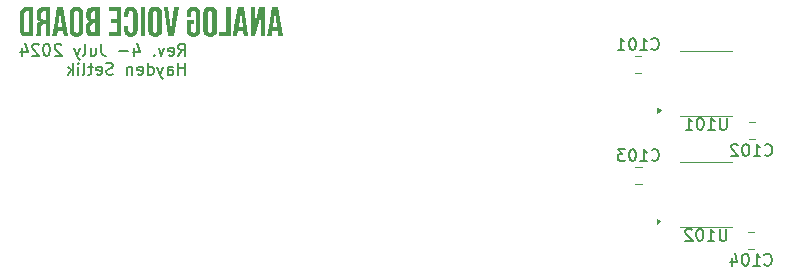
<source format=gbr>
%TF.GenerationSoftware,KiCad,Pcbnew,8.0.3*%
%TF.CreationDate,2024-07-17T18:03:28-06:00*%
%TF.ProjectId,VoiceBoardR4,566f6963-6542-46f6-9172-6452342e6b69,rev?*%
%TF.SameCoordinates,Original*%
%TF.FileFunction,Legend,Bot*%
%TF.FilePolarity,Positive*%
%FSLAX46Y46*%
G04 Gerber Fmt 4.6, Leading zero omitted, Abs format (unit mm)*
G04 Created by KiCad (PCBNEW 8.0.3) date 2024-07-17 18:03:28*
%MOMM*%
%LPD*%
G01*
G04 APERTURE LIST*
%ADD10C,0.150000*%
%ADD11C,0.120000*%
G04 APERTURE END LIST*
D10*
G36*
X35658478Y-3650000D02*
G01*
X35301273Y-3650000D01*
X35231053Y-3162124D01*
X34793859Y-3162124D01*
X34793859Y-3155408D01*
X34723639Y-3650000D01*
X34338956Y-3650000D01*
X34471865Y-2829344D01*
X34839043Y-2829344D01*
X35185868Y-2829344D01*
X35017951Y-1615457D01*
X35010624Y-1615457D01*
X34839043Y-2829344D01*
X34471865Y-2829344D01*
X34737683Y-1188032D01*
X35259141Y-1188032D01*
X35658478Y-3650000D01*
G37*
G36*
X34154553Y-3650000D02*
G01*
X33812002Y-3650000D01*
X33812002Y-1852983D01*
X33804675Y-1852983D01*
X33343056Y-3650000D01*
X32947383Y-3650000D01*
X32947383Y-1188032D01*
X33290544Y-1188032D01*
X33290544Y-2662037D01*
X33297260Y-2662037D01*
X33671563Y-1188032D01*
X34154553Y-1188032D01*
X34154553Y-3650000D01*
G37*
G36*
X32761758Y-3650000D02*
G01*
X32404553Y-3650000D01*
X32334333Y-3162124D01*
X31897138Y-3162124D01*
X31897138Y-3155408D01*
X31826919Y-3650000D01*
X31442236Y-3650000D01*
X31575145Y-2829344D01*
X31942323Y-2829344D01*
X32289148Y-2829344D01*
X32121231Y-1615457D01*
X32113904Y-1615457D01*
X31942323Y-2829344D01*
X31575145Y-2829344D01*
X31840963Y-1188032D01*
X32362421Y-1188032D01*
X32761758Y-3650000D01*
G37*
G36*
X31257833Y-3650000D02*
G01*
X30239340Y-3650000D01*
X30239340Y-3300122D01*
X30873150Y-3300122D01*
X30873150Y-1188032D01*
X31257833Y-1188032D01*
X31257833Y-3650000D01*
G37*
G36*
X29645733Y-1159353D02*
G01*
X29789524Y-1200949D01*
X29906748Y-1273183D01*
X29996607Y-1374837D01*
X30058305Y-1504698D01*
X30086852Y-1628078D01*
X30096458Y-1768108D01*
X30096458Y-3070533D01*
X30086852Y-3210538D01*
X30058305Y-3333848D01*
X29996607Y-3463584D01*
X29906748Y-3565097D01*
X29789524Y-3637200D01*
X29645733Y-3678704D01*
X29512107Y-3689078D01*
X29378481Y-3678704D01*
X29234690Y-3637200D01*
X29117466Y-3565097D01*
X29027607Y-3463584D01*
X28965909Y-3333848D01*
X28937362Y-3210538D01*
X28927756Y-3070533D01*
X28927756Y-1768108D01*
X28929431Y-1743684D01*
X29312438Y-1743684D01*
X29312438Y-3094958D01*
X29330003Y-3219234D01*
X29411413Y-3318218D01*
X29512107Y-3339200D01*
X29636925Y-3303079D01*
X29701057Y-3195833D01*
X29711775Y-3094958D01*
X29711775Y-1743684D01*
X29694211Y-1619407D01*
X29612801Y-1520423D01*
X29512107Y-1499441D01*
X29387289Y-1535562D01*
X29323157Y-1642808D01*
X29312438Y-1743684D01*
X28929431Y-1743684D01*
X28937362Y-1628078D01*
X28965909Y-1504698D01*
X29027607Y-1374837D01*
X29117466Y-1273183D01*
X29234690Y-1200949D01*
X29378481Y-1159353D01*
X29512107Y-1148953D01*
X29645733Y-1159353D01*
G37*
G36*
X28122976Y-3689078D02*
G01*
X27989795Y-3678690D01*
X27847560Y-3637037D01*
X27732557Y-3564483D01*
X27645109Y-3462050D01*
X27585537Y-3330757D01*
X27558165Y-3205629D01*
X27549005Y-3063206D01*
X27549005Y-2244993D01*
X28105879Y-2244993D01*
X28105879Y-2594870D01*
X27912927Y-2594870D01*
X27912927Y-3092515D01*
X27930492Y-3219126D01*
X28011901Y-3318513D01*
X28112595Y-3339200D01*
X28237413Y-3303454D01*
X28301545Y-3195402D01*
X28312264Y-3092515D01*
X28312264Y-1738799D01*
X28294699Y-1617061D01*
X28213290Y-1520028D01*
X28112595Y-1499441D01*
X27987778Y-1534876D01*
X27923646Y-1639990D01*
X27912927Y-1738799D01*
X27912927Y-1970830D01*
X27549005Y-1970830D01*
X27549005Y-1763224D01*
X27558165Y-1624805D01*
X27585537Y-1502637D01*
X27645109Y-1373815D01*
X27732557Y-1272773D01*
X27847560Y-1200841D01*
X27989795Y-1159344D01*
X28122976Y-1148953D01*
X28256156Y-1159344D01*
X28398392Y-1200841D01*
X28513394Y-1272773D01*
X28600843Y-1373815D01*
X28660415Y-1502637D01*
X28687786Y-1624805D01*
X28696946Y-1763224D01*
X28696946Y-3063206D01*
X28687786Y-3205629D01*
X28660415Y-3330757D01*
X28600843Y-3462050D01*
X28513394Y-3564483D01*
X28398392Y-3637037D01*
X28256156Y-3678690D01*
X28122976Y-3689078D01*
G37*
G36*
X26472505Y-3650000D02*
G01*
X25961427Y-3650000D01*
X25590788Y-1188032D01*
X25943719Y-1188032D01*
X26195900Y-3098011D01*
X26203227Y-3098011D01*
X26454797Y-1188032D01*
X26843754Y-1188032D01*
X26472505Y-3650000D01*
G37*
G36*
X24990465Y-1159353D02*
G01*
X25134256Y-1200949D01*
X25251479Y-1273183D01*
X25341338Y-1374837D01*
X25403036Y-1504698D01*
X25431583Y-1628078D01*
X25441189Y-1768108D01*
X25441189Y-3070533D01*
X25431583Y-3210538D01*
X25403036Y-3333848D01*
X25341338Y-3463584D01*
X25251479Y-3565097D01*
X25134256Y-3637200D01*
X24990465Y-3678704D01*
X24856838Y-3689078D01*
X24723212Y-3678704D01*
X24579421Y-3637200D01*
X24462198Y-3565097D01*
X24372339Y-3463584D01*
X24310641Y-3333848D01*
X24282094Y-3210538D01*
X24272487Y-3070533D01*
X24272487Y-1768108D01*
X24274163Y-1743684D01*
X24657170Y-1743684D01*
X24657170Y-3094958D01*
X24674734Y-3219234D01*
X24756144Y-3318218D01*
X24856838Y-3339200D01*
X24981656Y-3303079D01*
X25045788Y-3195833D01*
X25056507Y-3094958D01*
X25056507Y-1743684D01*
X25038942Y-1619407D01*
X24957533Y-1520423D01*
X24856838Y-1499441D01*
X24732021Y-1535562D01*
X24667888Y-1642808D01*
X24657170Y-1743684D01*
X24274163Y-1743684D01*
X24282094Y-1628078D01*
X24310641Y-1504698D01*
X24372339Y-1374837D01*
X24462198Y-1273183D01*
X24579421Y-1200949D01*
X24723212Y-1159353D01*
X24856838Y-1148953D01*
X24990465Y-1159353D01*
G37*
G36*
X24013590Y-3650000D02*
G01*
X23628907Y-3650000D01*
X23628907Y-1188032D01*
X24013590Y-1188032D01*
X24013590Y-3650000D01*
G37*
G36*
X22799703Y-3689078D02*
G01*
X22668740Y-3678731D01*
X22528510Y-3637512D01*
X22414805Y-3566273D01*
X22328102Y-3466523D01*
X22268875Y-3339773D01*
X22241596Y-3219946D01*
X22232449Y-3084577D01*
X22232449Y-2734089D01*
X22596371Y-2734089D01*
X22596371Y-3112665D01*
X22617878Y-3237448D01*
X22710487Y-3326731D01*
X22789323Y-3339200D01*
X22908347Y-3305344D01*
X22973803Y-3194111D01*
X22981664Y-3112665D01*
X22981664Y-1729640D01*
X22960298Y-1604007D01*
X22868062Y-1512483D01*
X22789323Y-1499441D01*
X22670078Y-1534621D01*
X22604288Y-1647856D01*
X22596371Y-1729640D01*
X22596371Y-2016015D01*
X22232449Y-2016015D01*
X22232449Y-1754064D01*
X22241596Y-1618669D01*
X22268875Y-1498773D01*
X22328102Y-1371898D01*
X22414805Y-1272006D01*
X22528510Y-1200637D01*
X22668740Y-1159326D01*
X22799703Y-1148953D01*
X22930666Y-1159326D01*
X23070896Y-1200637D01*
X23184600Y-1272006D01*
X23271303Y-1371898D01*
X23330530Y-1498773D01*
X23357810Y-1618669D01*
X23366957Y-1754064D01*
X23366957Y-3084577D01*
X23357810Y-3219946D01*
X23330530Y-3339773D01*
X23271303Y-3466523D01*
X23184600Y-3566273D01*
X23070896Y-3637512D01*
X22930666Y-3678731D01*
X22799703Y-3689078D01*
G37*
G36*
X22003471Y-3650000D02*
G01*
X20953838Y-3650000D01*
X20953838Y-3300122D01*
X21618789Y-3300122D01*
X21618789Y-2554570D01*
X21090003Y-2554570D01*
X21090003Y-2204082D01*
X21618789Y-2204082D01*
X21618789Y-1538520D01*
X20953838Y-1538520D01*
X20953838Y-1188032D01*
X22003471Y-1188032D01*
X22003471Y-3650000D01*
G37*
G36*
X20174092Y-3650000D02*
G01*
X19568981Y-3650000D01*
X19433224Y-3640554D01*
X19288252Y-3602545D01*
X19171049Y-3536047D01*
X19081937Y-3441733D01*
X19021237Y-3320272D01*
X18989272Y-3172335D01*
X18984019Y-3071144D01*
X18984019Y-2862927D01*
X18984888Y-2849494D01*
X19369312Y-2849494D01*
X19369312Y-3060764D01*
X19385731Y-3185696D01*
X19465310Y-3281010D01*
X19568981Y-3300122D01*
X19789410Y-3300122D01*
X19789410Y-2554570D01*
X19617829Y-2554570D01*
X19493527Y-2572900D01*
X19401738Y-2656895D01*
X19371268Y-2790018D01*
X19369312Y-2849494D01*
X18984888Y-2849494D01*
X18992822Y-2726830D01*
X19026996Y-2589973D01*
X19089653Y-2478882D01*
X19183669Y-2395819D01*
X19271615Y-2354902D01*
X19271615Y-2348185D01*
X19160399Y-2278547D01*
X19083014Y-2174391D01*
X19041749Y-2054263D01*
X19025141Y-1929303D01*
X19023098Y-1859089D01*
X19023098Y-1797418D01*
X19407780Y-1797418D01*
X19407780Y-1937857D01*
X19423666Y-2064463D01*
X19493610Y-2167205D01*
X19612351Y-2203306D01*
X19638590Y-2204082D01*
X19789410Y-2204082D01*
X19789410Y-1538520D01*
X19603785Y-1538520D01*
X19481930Y-1573103D01*
X19419258Y-1681230D01*
X19407780Y-1797418D01*
X19023098Y-1797418D01*
X19023098Y-1757728D01*
X19031224Y-1622978D01*
X19064947Y-1480475D01*
X19126079Y-1366512D01*
X19215933Y-1280797D01*
X19335824Y-1223037D01*
X19487065Y-1192937D01*
X19593405Y-1188032D01*
X20174092Y-1188032D01*
X20174092Y-3650000D01*
G37*
G36*
X18337290Y-1159353D02*
G01*
X18481081Y-1200949D01*
X18598304Y-1273183D01*
X18688163Y-1374837D01*
X18749861Y-1504698D01*
X18778408Y-1628078D01*
X18788014Y-1768108D01*
X18788014Y-3070533D01*
X18778408Y-3210538D01*
X18749861Y-3333848D01*
X18688163Y-3463584D01*
X18598304Y-3565097D01*
X18481081Y-3637200D01*
X18337290Y-3678704D01*
X18203663Y-3689078D01*
X18070037Y-3678704D01*
X17926246Y-3637200D01*
X17809022Y-3565097D01*
X17719163Y-3463584D01*
X17657466Y-3333848D01*
X17628918Y-3210538D01*
X17619312Y-3070533D01*
X17619312Y-1768108D01*
X17620987Y-1743684D01*
X18003995Y-1743684D01*
X18003995Y-3094958D01*
X18021559Y-3219234D01*
X18102969Y-3318218D01*
X18203663Y-3339200D01*
X18328481Y-3303079D01*
X18392613Y-3195833D01*
X18403332Y-3094958D01*
X18403332Y-1743684D01*
X18385767Y-1619407D01*
X18304357Y-1520423D01*
X18203663Y-1499441D01*
X18078846Y-1535562D01*
X18014713Y-1642808D01*
X18003995Y-1743684D01*
X17620987Y-1743684D01*
X17628918Y-1628078D01*
X17657466Y-1504698D01*
X17719163Y-1374837D01*
X17809022Y-1273183D01*
X17926246Y-1200949D01*
X18070037Y-1159353D01*
X18203663Y-1148953D01*
X18337290Y-1159353D01*
G37*
G36*
X17469713Y-3650000D02*
G01*
X17112508Y-3650000D01*
X17042288Y-3162124D01*
X16605094Y-3162124D01*
X16605094Y-3155408D01*
X16534874Y-3650000D01*
X16150191Y-3650000D01*
X16283100Y-2829344D01*
X16650279Y-2829344D01*
X16997103Y-2829344D01*
X16829187Y-1615457D01*
X16821859Y-1615457D01*
X16650279Y-2829344D01*
X16283100Y-2829344D01*
X16548918Y-1188032D01*
X17070376Y-1188032D01*
X17469713Y-3650000D01*
G37*
G36*
X15965788Y-3650000D02*
G01*
X15581106Y-3650000D01*
X15581106Y-2593649D01*
X15447993Y-2593649D01*
X15325103Y-2612989D01*
X15236910Y-2700058D01*
X15208578Y-2836133D01*
X15206803Y-2896510D01*
X15206803Y-3347138D01*
X15204275Y-3470367D01*
X15189072Y-3592350D01*
X15171388Y-3650000D01*
X14779378Y-3650000D01*
X14812490Y-3528924D01*
X14821123Y-3404711D01*
X14821510Y-3350802D01*
X14821510Y-2917271D01*
X14826371Y-2794124D01*
X14846509Y-2665671D01*
X14893055Y-2543856D01*
X14981766Y-2443784D01*
X15076744Y-2397644D01*
X15076744Y-2390317D01*
X14965308Y-2320822D01*
X14886845Y-2216752D01*
X14844518Y-2097328D01*
X14827307Y-1973894D01*
X14825174Y-1904884D01*
X14825174Y-1791922D01*
X15209856Y-1791922D01*
X15209856Y-1982431D01*
X15225837Y-2106633D01*
X15296076Y-2207191D01*
X15415031Y-2242406D01*
X15441277Y-2243161D01*
X15581106Y-2243161D01*
X15581106Y-1538520D01*
X15405861Y-1538520D01*
X15284006Y-1572330D01*
X15221334Y-1678139D01*
X15209856Y-1791922D01*
X14825174Y-1791922D01*
X14825174Y-1753454D01*
X14833325Y-1620115D01*
X14867127Y-1478888D01*
X14928352Y-1365751D01*
X15018271Y-1280511D01*
X15138158Y-1222970D01*
X15289283Y-1192933D01*
X15395481Y-1188032D01*
X15965788Y-1188032D01*
X15965788Y-3650000D01*
G37*
G36*
X14556507Y-3650000D02*
G01*
X13968492Y-3650000D01*
X13833383Y-3640074D01*
X13690148Y-3600149D01*
X13575284Y-3530342D01*
X13488651Y-3431393D01*
X13430108Y-3304043D01*
X13403406Y-3182211D01*
X13394521Y-3043056D01*
X13394521Y-1795586D01*
X13395651Y-1777878D01*
X13779815Y-1777878D01*
X13779815Y-3060764D01*
X13796673Y-3183566D01*
X13875975Y-3280026D01*
X13975819Y-3300122D01*
X14171824Y-3300122D01*
X14171824Y-1538520D01*
X13975819Y-1538520D01*
X13852325Y-1573057D01*
X13787386Y-1690261D01*
X13779815Y-1777878D01*
X13395651Y-1777878D01*
X13403406Y-1656404D01*
X13430108Y-1534503D01*
X13488651Y-1407028D01*
X13575284Y-1307937D01*
X13690148Y-1237999D01*
X13833383Y-1197984D01*
X13968492Y-1188032D01*
X14556507Y-1188032D01*
X14556507Y-3650000D01*
G37*
X26816792Y-5284875D02*
X27150125Y-4808684D01*
X27388220Y-5284875D02*
X27388220Y-4284875D01*
X27388220Y-4284875D02*
X27007268Y-4284875D01*
X27007268Y-4284875D02*
X26912030Y-4332494D01*
X26912030Y-4332494D02*
X26864411Y-4380113D01*
X26864411Y-4380113D02*
X26816792Y-4475351D01*
X26816792Y-4475351D02*
X26816792Y-4618208D01*
X26816792Y-4618208D02*
X26864411Y-4713446D01*
X26864411Y-4713446D02*
X26912030Y-4761065D01*
X26912030Y-4761065D02*
X27007268Y-4808684D01*
X27007268Y-4808684D02*
X27388220Y-4808684D01*
X26007268Y-5237256D02*
X26102506Y-5284875D01*
X26102506Y-5284875D02*
X26292982Y-5284875D01*
X26292982Y-5284875D02*
X26388220Y-5237256D01*
X26388220Y-5237256D02*
X26435839Y-5142017D01*
X26435839Y-5142017D02*
X26435839Y-4761065D01*
X26435839Y-4761065D02*
X26388220Y-4665827D01*
X26388220Y-4665827D02*
X26292982Y-4618208D01*
X26292982Y-4618208D02*
X26102506Y-4618208D01*
X26102506Y-4618208D02*
X26007268Y-4665827D01*
X26007268Y-4665827D02*
X25959649Y-4761065D01*
X25959649Y-4761065D02*
X25959649Y-4856303D01*
X25959649Y-4856303D02*
X26435839Y-4951541D01*
X25626315Y-4618208D02*
X25388220Y-5284875D01*
X25388220Y-5284875D02*
X25150125Y-4618208D01*
X24769172Y-5189636D02*
X24721553Y-5237256D01*
X24721553Y-5237256D02*
X24769172Y-5284875D01*
X24769172Y-5284875D02*
X24816791Y-5237256D01*
X24816791Y-5237256D02*
X24769172Y-5189636D01*
X24769172Y-5189636D02*
X24769172Y-5284875D01*
X23102506Y-4618208D02*
X23102506Y-5284875D01*
X23340601Y-4237256D02*
X23578696Y-4951541D01*
X23578696Y-4951541D02*
X22959649Y-4951541D01*
X22578696Y-4903922D02*
X21816792Y-4903922D01*
X20292982Y-4284875D02*
X20292982Y-4999160D01*
X20292982Y-4999160D02*
X20340601Y-5142017D01*
X20340601Y-5142017D02*
X20435839Y-5237256D01*
X20435839Y-5237256D02*
X20578696Y-5284875D01*
X20578696Y-5284875D02*
X20673934Y-5284875D01*
X19388220Y-4618208D02*
X19388220Y-5284875D01*
X19816791Y-4618208D02*
X19816791Y-5142017D01*
X19816791Y-5142017D02*
X19769172Y-5237256D01*
X19769172Y-5237256D02*
X19673934Y-5284875D01*
X19673934Y-5284875D02*
X19531077Y-5284875D01*
X19531077Y-5284875D02*
X19435839Y-5237256D01*
X19435839Y-5237256D02*
X19388220Y-5189636D01*
X18769172Y-5284875D02*
X18864410Y-5237256D01*
X18864410Y-5237256D02*
X18912029Y-5142017D01*
X18912029Y-5142017D02*
X18912029Y-4284875D01*
X18483457Y-4618208D02*
X18245362Y-5284875D01*
X18007267Y-4618208D02*
X18245362Y-5284875D01*
X18245362Y-5284875D02*
X18340600Y-5522970D01*
X18340600Y-5522970D02*
X18388219Y-5570589D01*
X18388219Y-5570589D02*
X18483457Y-5618208D01*
X16912028Y-4380113D02*
X16864409Y-4332494D01*
X16864409Y-4332494D02*
X16769171Y-4284875D01*
X16769171Y-4284875D02*
X16531076Y-4284875D01*
X16531076Y-4284875D02*
X16435838Y-4332494D01*
X16435838Y-4332494D02*
X16388219Y-4380113D01*
X16388219Y-4380113D02*
X16340600Y-4475351D01*
X16340600Y-4475351D02*
X16340600Y-4570589D01*
X16340600Y-4570589D02*
X16388219Y-4713446D01*
X16388219Y-4713446D02*
X16959647Y-5284875D01*
X16959647Y-5284875D02*
X16340600Y-5284875D01*
X15721552Y-4284875D02*
X15626314Y-4284875D01*
X15626314Y-4284875D02*
X15531076Y-4332494D01*
X15531076Y-4332494D02*
X15483457Y-4380113D01*
X15483457Y-4380113D02*
X15435838Y-4475351D01*
X15435838Y-4475351D02*
X15388219Y-4665827D01*
X15388219Y-4665827D02*
X15388219Y-4903922D01*
X15388219Y-4903922D02*
X15435838Y-5094398D01*
X15435838Y-5094398D02*
X15483457Y-5189636D01*
X15483457Y-5189636D02*
X15531076Y-5237256D01*
X15531076Y-5237256D02*
X15626314Y-5284875D01*
X15626314Y-5284875D02*
X15721552Y-5284875D01*
X15721552Y-5284875D02*
X15816790Y-5237256D01*
X15816790Y-5237256D02*
X15864409Y-5189636D01*
X15864409Y-5189636D02*
X15912028Y-5094398D01*
X15912028Y-5094398D02*
X15959647Y-4903922D01*
X15959647Y-4903922D02*
X15959647Y-4665827D01*
X15959647Y-4665827D02*
X15912028Y-4475351D01*
X15912028Y-4475351D02*
X15864409Y-4380113D01*
X15864409Y-4380113D02*
X15816790Y-4332494D01*
X15816790Y-4332494D02*
X15721552Y-4284875D01*
X15007266Y-4380113D02*
X14959647Y-4332494D01*
X14959647Y-4332494D02*
X14864409Y-4284875D01*
X14864409Y-4284875D02*
X14626314Y-4284875D01*
X14626314Y-4284875D02*
X14531076Y-4332494D01*
X14531076Y-4332494D02*
X14483457Y-4380113D01*
X14483457Y-4380113D02*
X14435838Y-4475351D01*
X14435838Y-4475351D02*
X14435838Y-4570589D01*
X14435838Y-4570589D02*
X14483457Y-4713446D01*
X14483457Y-4713446D02*
X15054885Y-5284875D01*
X15054885Y-5284875D02*
X14435838Y-5284875D01*
X13578695Y-4618208D02*
X13578695Y-5284875D01*
X13816790Y-4237256D02*
X14054885Y-4951541D01*
X14054885Y-4951541D02*
X13435838Y-4951541D01*
X27388220Y-6894819D02*
X27388220Y-5894819D01*
X27388220Y-6371009D02*
X26816792Y-6371009D01*
X26816792Y-6894819D02*
X26816792Y-5894819D01*
X25912030Y-6894819D02*
X25912030Y-6371009D01*
X25912030Y-6371009D02*
X25959649Y-6275771D01*
X25959649Y-6275771D02*
X26054887Y-6228152D01*
X26054887Y-6228152D02*
X26245363Y-6228152D01*
X26245363Y-6228152D02*
X26340601Y-6275771D01*
X25912030Y-6847200D02*
X26007268Y-6894819D01*
X26007268Y-6894819D02*
X26245363Y-6894819D01*
X26245363Y-6894819D02*
X26340601Y-6847200D01*
X26340601Y-6847200D02*
X26388220Y-6751961D01*
X26388220Y-6751961D02*
X26388220Y-6656723D01*
X26388220Y-6656723D02*
X26340601Y-6561485D01*
X26340601Y-6561485D02*
X26245363Y-6513866D01*
X26245363Y-6513866D02*
X26007268Y-6513866D01*
X26007268Y-6513866D02*
X25912030Y-6466247D01*
X25531077Y-6228152D02*
X25292982Y-6894819D01*
X25054887Y-6228152D02*
X25292982Y-6894819D01*
X25292982Y-6894819D02*
X25388220Y-7132914D01*
X25388220Y-7132914D02*
X25435839Y-7180533D01*
X25435839Y-7180533D02*
X25531077Y-7228152D01*
X24245363Y-6894819D02*
X24245363Y-5894819D01*
X24245363Y-6847200D02*
X24340601Y-6894819D01*
X24340601Y-6894819D02*
X24531077Y-6894819D01*
X24531077Y-6894819D02*
X24626315Y-6847200D01*
X24626315Y-6847200D02*
X24673934Y-6799580D01*
X24673934Y-6799580D02*
X24721553Y-6704342D01*
X24721553Y-6704342D02*
X24721553Y-6418628D01*
X24721553Y-6418628D02*
X24673934Y-6323390D01*
X24673934Y-6323390D02*
X24626315Y-6275771D01*
X24626315Y-6275771D02*
X24531077Y-6228152D01*
X24531077Y-6228152D02*
X24340601Y-6228152D01*
X24340601Y-6228152D02*
X24245363Y-6275771D01*
X23388220Y-6847200D02*
X23483458Y-6894819D01*
X23483458Y-6894819D02*
X23673934Y-6894819D01*
X23673934Y-6894819D02*
X23769172Y-6847200D01*
X23769172Y-6847200D02*
X23816791Y-6751961D01*
X23816791Y-6751961D02*
X23816791Y-6371009D01*
X23816791Y-6371009D02*
X23769172Y-6275771D01*
X23769172Y-6275771D02*
X23673934Y-6228152D01*
X23673934Y-6228152D02*
X23483458Y-6228152D01*
X23483458Y-6228152D02*
X23388220Y-6275771D01*
X23388220Y-6275771D02*
X23340601Y-6371009D01*
X23340601Y-6371009D02*
X23340601Y-6466247D01*
X23340601Y-6466247D02*
X23816791Y-6561485D01*
X22912029Y-6228152D02*
X22912029Y-6894819D01*
X22912029Y-6323390D02*
X22864410Y-6275771D01*
X22864410Y-6275771D02*
X22769172Y-6228152D01*
X22769172Y-6228152D02*
X22626315Y-6228152D01*
X22626315Y-6228152D02*
X22531077Y-6275771D01*
X22531077Y-6275771D02*
X22483458Y-6371009D01*
X22483458Y-6371009D02*
X22483458Y-6894819D01*
X21292981Y-6847200D02*
X21150124Y-6894819D01*
X21150124Y-6894819D02*
X20912029Y-6894819D01*
X20912029Y-6894819D02*
X20816791Y-6847200D01*
X20816791Y-6847200D02*
X20769172Y-6799580D01*
X20769172Y-6799580D02*
X20721553Y-6704342D01*
X20721553Y-6704342D02*
X20721553Y-6609104D01*
X20721553Y-6609104D02*
X20769172Y-6513866D01*
X20769172Y-6513866D02*
X20816791Y-6466247D01*
X20816791Y-6466247D02*
X20912029Y-6418628D01*
X20912029Y-6418628D02*
X21102505Y-6371009D01*
X21102505Y-6371009D02*
X21197743Y-6323390D01*
X21197743Y-6323390D02*
X21245362Y-6275771D01*
X21245362Y-6275771D02*
X21292981Y-6180533D01*
X21292981Y-6180533D02*
X21292981Y-6085295D01*
X21292981Y-6085295D02*
X21245362Y-5990057D01*
X21245362Y-5990057D02*
X21197743Y-5942438D01*
X21197743Y-5942438D02*
X21102505Y-5894819D01*
X21102505Y-5894819D02*
X20864410Y-5894819D01*
X20864410Y-5894819D02*
X20721553Y-5942438D01*
X19912029Y-6847200D02*
X20007267Y-6894819D01*
X20007267Y-6894819D02*
X20197743Y-6894819D01*
X20197743Y-6894819D02*
X20292981Y-6847200D01*
X20292981Y-6847200D02*
X20340600Y-6751961D01*
X20340600Y-6751961D02*
X20340600Y-6371009D01*
X20340600Y-6371009D02*
X20292981Y-6275771D01*
X20292981Y-6275771D02*
X20197743Y-6228152D01*
X20197743Y-6228152D02*
X20007267Y-6228152D01*
X20007267Y-6228152D02*
X19912029Y-6275771D01*
X19912029Y-6275771D02*
X19864410Y-6371009D01*
X19864410Y-6371009D02*
X19864410Y-6466247D01*
X19864410Y-6466247D02*
X20340600Y-6561485D01*
X19578695Y-6228152D02*
X19197743Y-6228152D01*
X19435838Y-5894819D02*
X19435838Y-6751961D01*
X19435838Y-6751961D02*
X19388219Y-6847200D01*
X19388219Y-6847200D02*
X19292981Y-6894819D01*
X19292981Y-6894819D02*
X19197743Y-6894819D01*
X18721552Y-6894819D02*
X18816790Y-6847200D01*
X18816790Y-6847200D02*
X18864409Y-6751961D01*
X18864409Y-6751961D02*
X18864409Y-5894819D01*
X18340599Y-6894819D02*
X18340599Y-6228152D01*
X18340599Y-5894819D02*
X18388218Y-5942438D01*
X18388218Y-5942438D02*
X18340599Y-5990057D01*
X18340599Y-5990057D02*
X18292980Y-5942438D01*
X18292980Y-5942438D02*
X18340599Y-5894819D01*
X18340599Y-5894819D02*
X18340599Y-5990057D01*
X17864409Y-6894819D02*
X17864409Y-5894819D01*
X17769171Y-6513866D02*
X17483457Y-6894819D01*
X17483457Y-6228152D02*
X17864409Y-6609104D01*
X73239285Y-10554818D02*
X73239285Y-11364341D01*
X73239285Y-11364341D02*
X73191666Y-11459579D01*
X73191666Y-11459579D02*
X73144047Y-11507199D01*
X73144047Y-11507199D02*
X73048809Y-11554818D01*
X73048809Y-11554818D02*
X72858333Y-11554818D01*
X72858333Y-11554818D02*
X72763095Y-11507199D01*
X72763095Y-11507199D02*
X72715476Y-11459579D01*
X72715476Y-11459579D02*
X72667857Y-11364341D01*
X72667857Y-11364341D02*
X72667857Y-10554818D01*
X71667857Y-11554818D02*
X72239285Y-11554818D01*
X71953571Y-11554818D02*
X71953571Y-10554818D01*
X71953571Y-10554818D02*
X72048809Y-10697675D01*
X72048809Y-10697675D02*
X72144047Y-10792913D01*
X72144047Y-10792913D02*
X72239285Y-10840532D01*
X71048809Y-10554818D02*
X70953571Y-10554818D01*
X70953571Y-10554818D02*
X70858333Y-10602437D01*
X70858333Y-10602437D02*
X70810714Y-10650056D01*
X70810714Y-10650056D02*
X70763095Y-10745294D01*
X70763095Y-10745294D02*
X70715476Y-10935770D01*
X70715476Y-10935770D02*
X70715476Y-11173865D01*
X70715476Y-11173865D02*
X70763095Y-11364341D01*
X70763095Y-11364341D02*
X70810714Y-11459579D01*
X70810714Y-11459579D02*
X70858333Y-11507199D01*
X70858333Y-11507199D02*
X70953571Y-11554818D01*
X70953571Y-11554818D02*
X71048809Y-11554818D01*
X71048809Y-11554818D02*
X71144047Y-11507199D01*
X71144047Y-11507199D02*
X71191666Y-11459579D01*
X71191666Y-11459579D02*
X71239285Y-11364341D01*
X71239285Y-11364341D02*
X71286904Y-11173865D01*
X71286904Y-11173865D02*
X71286904Y-10935770D01*
X71286904Y-10935770D02*
X71239285Y-10745294D01*
X71239285Y-10745294D02*
X71191666Y-10650056D01*
X71191666Y-10650056D02*
X71144047Y-10602437D01*
X71144047Y-10602437D02*
X71048809Y-10554818D01*
X69763095Y-11554818D02*
X70334523Y-11554818D01*
X70048809Y-11554818D02*
X70048809Y-10554818D01*
X70048809Y-10554818D02*
X70144047Y-10697675D01*
X70144047Y-10697675D02*
X70239285Y-10792913D01*
X70239285Y-10792913D02*
X70334523Y-10840532D01*
X66894047Y-14104580D02*
X66941666Y-14152200D01*
X66941666Y-14152200D02*
X67084523Y-14199819D01*
X67084523Y-14199819D02*
X67179761Y-14199819D01*
X67179761Y-14199819D02*
X67322618Y-14152200D01*
X67322618Y-14152200D02*
X67417856Y-14056961D01*
X67417856Y-14056961D02*
X67465475Y-13961723D01*
X67465475Y-13961723D02*
X67513094Y-13771247D01*
X67513094Y-13771247D02*
X67513094Y-13628390D01*
X67513094Y-13628390D02*
X67465475Y-13437914D01*
X67465475Y-13437914D02*
X67417856Y-13342676D01*
X67417856Y-13342676D02*
X67322618Y-13247438D01*
X67322618Y-13247438D02*
X67179761Y-13199819D01*
X67179761Y-13199819D02*
X67084523Y-13199819D01*
X67084523Y-13199819D02*
X66941666Y-13247438D01*
X66941666Y-13247438D02*
X66894047Y-13295057D01*
X65941666Y-14199819D02*
X66513094Y-14199819D01*
X66227380Y-14199819D02*
X66227380Y-13199819D01*
X66227380Y-13199819D02*
X66322618Y-13342676D01*
X66322618Y-13342676D02*
X66417856Y-13437914D01*
X66417856Y-13437914D02*
X66513094Y-13485533D01*
X65322618Y-13199819D02*
X65227380Y-13199819D01*
X65227380Y-13199819D02*
X65132142Y-13247438D01*
X65132142Y-13247438D02*
X65084523Y-13295057D01*
X65084523Y-13295057D02*
X65036904Y-13390295D01*
X65036904Y-13390295D02*
X64989285Y-13580771D01*
X64989285Y-13580771D02*
X64989285Y-13818866D01*
X64989285Y-13818866D02*
X65036904Y-14009342D01*
X65036904Y-14009342D02*
X65084523Y-14104580D01*
X65084523Y-14104580D02*
X65132142Y-14152200D01*
X65132142Y-14152200D02*
X65227380Y-14199819D01*
X65227380Y-14199819D02*
X65322618Y-14199819D01*
X65322618Y-14199819D02*
X65417856Y-14152200D01*
X65417856Y-14152200D02*
X65465475Y-14104580D01*
X65465475Y-14104580D02*
X65513094Y-14009342D01*
X65513094Y-14009342D02*
X65560713Y-13818866D01*
X65560713Y-13818866D02*
X65560713Y-13580771D01*
X65560713Y-13580771D02*
X65513094Y-13390295D01*
X65513094Y-13390295D02*
X65465475Y-13295057D01*
X65465475Y-13295057D02*
X65417856Y-13247438D01*
X65417856Y-13247438D02*
X65322618Y-13199819D01*
X64655951Y-13199819D02*
X64036904Y-13199819D01*
X64036904Y-13199819D02*
X64370237Y-13580771D01*
X64370237Y-13580771D02*
X64227380Y-13580771D01*
X64227380Y-13580771D02*
X64132142Y-13628390D01*
X64132142Y-13628390D02*
X64084523Y-13676009D01*
X64084523Y-13676009D02*
X64036904Y-13771247D01*
X64036904Y-13771247D02*
X64036904Y-14009342D01*
X64036904Y-14009342D02*
X64084523Y-14104580D01*
X64084523Y-14104580D02*
X64132142Y-14152200D01*
X64132142Y-14152200D02*
X64227380Y-14199819D01*
X64227380Y-14199819D02*
X64513094Y-14199819D01*
X64513094Y-14199819D02*
X64608332Y-14152200D01*
X64608332Y-14152200D02*
X64655951Y-14104580D01*
X66881546Y-4704580D02*
X66929165Y-4752200D01*
X66929165Y-4752200D02*
X67072022Y-4799819D01*
X67072022Y-4799819D02*
X67167260Y-4799819D01*
X67167260Y-4799819D02*
X67310117Y-4752200D01*
X67310117Y-4752200D02*
X67405355Y-4656961D01*
X67405355Y-4656961D02*
X67452974Y-4561723D01*
X67452974Y-4561723D02*
X67500593Y-4371247D01*
X67500593Y-4371247D02*
X67500593Y-4228390D01*
X67500593Y-4228390D02*
X67452974Y-4037914D01*
X67452974Y-4037914D02*
X67405355Y-3942676D01*
X67405355Y-3942676D02*
X67310117Y-3847438D01*
X67310117Y-3847438D02*
X67167260Y-3799819D01*
X67167260Y-3799819D02*
X67072022Y-3799819D01*
X67072022Y-3799819D02*
X66929165Y-3847438D01*
X66929165Y-3847438D02*
X66881546Y-3895057D01*
X65929165Y-4799819D02*
X66500593Y-4799819D01*
X66214879Y-4799819D02*
X66214879Y-3799819D01*
X66214879Y-3799819D02*
X66310117Y-3942676D01*
X66310117Y-3942676D02*
X66405355Y-4037914D01*
X66405355Y-4037914D02*
X66500593Y-4085533D01*
X65310117Y-3799819D02*
X65214879Y-3799819D01*
X65214879Y-3799819D02*
X65119641Y-3847438D01*
X65119641Y-3847438D02*
X65072022Y-3895057D01*
X65072022Y-3895057D02*
X65024403Y-3990295D01*
X65024403Y-3990295D02*
X64976784Y-4180771D01*
X64976784Y-4180771D02*
X64976784Y-4418866D01*
X64976784Y-4418866D02*
X65024403Y-4609342D01*
X65024403Y-4609342D02*
X65072022Y-4704580D01*
X65072022Y-4704580D02*
X65119641Y-4752200D01*
X65119641Y-4752200D02*
X65214879Y-4799819D01*
X65214879Y-4799819D02*
X65310117Y-4799819D01*
X65310117Y-4799819D02*
X65405355Y-4752200D01*
X65405355Y-4752200D02*
X65452974Y-4704580D01*
X65452974Y-4704580D02*
X65500593Y-4609342D01*
X65500593Y-4609342D02*
X65548212Y-4418866D01*
X65548212Y-4418866D02*
X65548212Y-4180771D01*
X65548212Y-4180771D02*
X65500593Y-3990295D01*
X65500593Y-3990295D02*
X65452974Y-3895057D01*
X65452974Y-3895057D02*
X65405355Y-3847438D01*
X65405355Y-3847438D02*
X65310117Y-3799819D01*
X64024403Y-4799819D02*
X64595831Y-4799819D01*
X64310117Y-4799819D02*
X64310117Y-3799819D01*
X64310117Y-3799819D02*
X64405355Y-3942676D01*
X64405355Y-3942676D02*
X64500593Y-4037914D01*
X64500593Y-4037914D02*
X64595831Y-4085533D01*
X76481546Y-13664579D02*
X76529165Y-13712199D01*
X76529165Y-13712199D02*
X76672022Y-13759818D01*
X76672022Y-13759818D02*
X76767260Y-13759818D01*
X76767260Y-13759818D02*
X76910117Y-13712199D01*
X76910117Y-13712199D02*
X77005355Y-13616960D01*
X77005355Y-13616960D02*
X77052974Y-13521722D01*
X77052974Y-13521722D02*
X77100593Y-13331246D01*
X77100593Y-13331246D02*
X77100593Y-13188389D01*
X77100593Y-13188389D02*
X77052974Y-12997913D01*
X77052974Y-12997913D02*
X77005355Y-12902675D01*
X77005355Y-12902675D02*
X76910117Y-12807437D01*
X76910117Y-12807437D02*
X76767260Y-12759818D01*
X76767260Y-12759818D02*
X76672022Y-12759818D01*
X76672022Y-12759818D02*
X76529165Y-12807437D01*
X76529165Y-12807437D02*
X76481546Y-12855056D01*
X75529165Y-13759818D02*
X76100593Y-13759818D01*
X75814879Y-13759818D02*
X75814879Y-12759818D01*
X75814879Y-12759818D02*
X75910117Y-12902675D01*
X75910117Y-12902675D02*
X76005355Y-12997913D01*
X76005355Y-12997913D02*
X76100593Y-13045532D01*
X74910117Y-12759818D02*
X74814879Y-12759818D01*
X74814879Y-12759818D02*
X74719641Y-12807437D01*
X74719641Y-12807437D02*
X74672022Y-12855056D01*
X74672022Y-12855056D02*
X74624403Y-12950294D01*
X74624403Y-12950294D02*
X74576784Y-13140770D01*
X74576784Y-13140770D02*
X74576784Y-13378865D01*
X74576784Y-13378865D02*
X74624403Y-13569341D01*
X74624403Y-13569341D02*
X74672022Y-13664579D01*
X74672022Y-13664579D02*
X74719641Y-13712199D01*
X74719641Y-13712199D02*
X74814879Y-13759818D01*
X74814879Y-13759818D02*
X74910117Y-13759818D01*
X74910117Y-13759818D02*
X75005355Y-13712199D01*
X75005355Y-13712199D02*
X75052974Y-13664579D01*
X75052974Y-13664579D02*
X75100593Y-13569341D01*
X75100593Y-13569341D02*
X75148212Y-13378865D01*
X75148212Y-13378865D02*
X75148212Y-13140770D01*
X75148212Y-13140770D02*
X75100593Y-12950294D01*
X75100593Y-12950294D02*
X75052974Y-12855056D01*
X75052974Y-12855056D02*
X75005355Y-12807437D01*
X75005355Y-12807437D02*
X74910117Y-12759818D01*
X74195831Y-12855056D02*
X74148212Y-12807437D01*
X74148212Y-12807437D02*
X74052974Y-12759818D01*
X74052974Y-12759818D02*
X73814879Y-12759818D01*
X73814879Y-12759818D02*
X73719641Y-12807437D01*
X73719641Y-12807437D02*
X73672022Y-12855056D01*
X73672022Y-12855056D02*
X73624403Y-12950294D01*
X73624403Y-12950294D02*
X73624403Y-13045532D01*
X73624403Y-13045532D02*
X73672022Y-13188389D01*
X73672022Y-13188389D02*
X74243450Y-13759818D01*
X74243450Y-13759818D02*
X73624403Y-13759818D01*
X73214285Y-19954818D02*
X73214285Y-20764341D01*
X73214285Y-20764341D02*
X73166666Y-20859579D01*
X73166666Y-20859579D02*
X73119047Y-20907199D01*
X73119047Y-20907199D02*
X73023809Y-20954818D01*
X73023809Y-20954818D02*
X72833333Y-20954818D01*
X72833333Y-20954818D02*
X72738095Y-20907199D01*
X72738095Y-20907199D02*
X72690476Y-20859579D01*
X72690476Y-20859579D02*
X72642857Y-20764341D01*
X72642857Y-20764341D02*
X72642857Y-19954818D01*
X71642857Y-20954818D02*
X72214285Y-20954818D01*
X71928571Y-20954818D02*
X71928571Y-19954818D01*
X71928571Y-19954818D02*
X72023809Y-20097675D01*
X72023809Y-20097675D02*
X72119047Y-20192913D01*
X72119047Y-20192913D02*
X72214285Y-20240532D01*
X71023809Y-19954818D02*
X70928571Y-19954818D01*
X70928571Y-19954818D02*
X70833333Y-20002437D01*
X70833333Y-20002437D02*
X70785714Y-20050056D01*
X70785714Y-20050056D02*
X70738095Y-20145294D01*
X70738095Y-20145294D02*
X70690476Y-20335770D01*
X70690476Y-20335770D02*
X70690476Y-20573865D01*
X70690476Y-20573865D02*
X70738095Y-20764341D01*
X70738095Y-20764341D02*
X70785714Y-20859579D01*
X70785714Y-20859579D02*
X70833333Y-20907199D01*
X70833333Y-20907199D02*
X70928571Y-20954818D01*
X70928571Y-20954818D02*
X71023809Y-20954818D01*
X71023809Y-20954818D02*
X71119047Y-20907199D01*
X71119047Y-20907199D02*
X71166666Y-20859579D01*
X71166666Y-20859579D02*
X71214285Y-20764341D01*
X71214285Y-20764341D02*
X71261904Y-20573865D01*
X71261904Y-20573865D02*
X71261904Y-20335770D01*
X71261904Y-20335770D02*
X71214285Y-20145294D01*
X71214285Y-20145294D02*
X71166666Y-20050056D01*
X71166666Y-20050056D02*
X71119047Y-20002437D01*
X71119047Y-20002437D02*
X71023809Y-19954818D01*
X70309523Y-20050056D02*
X70261904Y-20002437D01*
X70261904Y-20002437D02*
X70166666Y-19954818D01*
X70166666Y-19954818D02*
X69928571Y-19954818D01*
X69928571Y-19954818D02*
X69833333Y-20002437D01*
X69833333Y-20002437D02*
X69785714Y-20050056D01*
X69785714Y-20050056D02*
X69738095Y-20145294D01*
X69738095Y-20145294D02*
X69738095Y-20240532D01*
X69738095Y-20240532D02*
X69785714Y-20383389D01*
X69785714Y-20383389D02*
X70357142Y-20954818D01*
X70357142Y-20954818D02*
X69738095Y-20954818D01*
X76444047Y-22964579D02*
X76491666Y-23012199D01*
X76491666Y-23012199D02*
X76634523Y-23059818D01*
X76634523Y-23059818D02*
X76729761Y-23059818D01*
X76729761Y-23059818D02*
X76872618Y-23012199D01*
X76872618Y-23012199D02*
X76967856Y-22916960D01*
X76967856Y-22916960D02*
X77015475Y-22821722D01*
X77015475Y-22821722D02*
X77063094Y-22631246D01*
X77063094Y-22631246D02*
X77063094Y-22488389D01*
X77063094Y-22488389D02*
X77015475Y-22297913D01*
X77015475Y-22297913D02*
X76967856Y-22202675D01*
X76967856Y-22202675D02*
X76872618Y-22107437D01*
X76872618Y-22107437D02*
X76729761Y-22059818D01*
X76729761Y-22059818D02*
X76634523Y-22059818D01*
X76634523Y-22059818D02*
X76491666Y-22107437D01*
X76491666Y-22107437D02*
X76444047Y-22155056D01*
X75491666Y-23059818D02*
X76063094Y-23059818D01*
X75777380Y-23059818D02*
X75777380Y-22059818D01*
X75777380Y-22059818D02*
X75872618Y-22202675D01*
X75872618Y-22202675D02*
X75967856Y-22297913D01*
X75967856Y-22297913D02*
X76063094Y-22345532D01*
X74872618Y-22059818D02*
X74777380Y-22059818D01*
X74777380Y-22059818D02*
X74682142Y-22107437D01*
X74682142Y-22107437D02*
X74634523Y-22155056D01*
X74634523Y-22155056D02*
X74586904Y-22250294D01*
X74586904Y-22250294D02*
X74539285Y-22440770D01*
X74539285Y-22440770D02*
X74539285Y-22678865D01*
X74539285Y-22678865D02*
X74586904Y-22869341D01*
X74586904Y-22869341D02*
X74634523Y-22964579D01*
X74634523Y-22964579D02*
X74682142Y-23012199D01*
X74682142Y-23012199D02*
X74777380Y-23059818D01*
X74777380Y-23059818D02*
X74872618Y-23059818D01*
X74872618Y-23059818D02*
X74967856Y-23012199D01*
X74967856Y-23012199D02*
X75015475Y-22964579D01*
X75015475Y-22964579D02*
X75063094Y-22869341D01*
X75063094Y-22869341D02*
X75110713Y-22678865D01*
X75110713Y-22678865D02*
X75110713Y-22440770D01*
X75110713Y-22440770D02*
X75063094Y-22250294D01*
X75063094Y-22250294D02*
X75015475Y-22155056D01*
X75015475Y-22155056D02*
X74967856Y-22107437D01*
X74967856Y-22107437D02*
X74872618Y-22059818D01*
X73682142Y-22393151D02*
X73682142Y-23059818D01*
X73920237Y-22012199D02*
X74158332Y-22726484D01*
X74158332Y-22726484D02*
X73539285Y-22726484D01*
D11*
%TO.C,U101*%
X69325000Y-4915000D02*
X71525000Y-4915000D01*
X69325000Y-10385000D02*
X71525000Y-10385000D01*
X73725000Y-4915000D02*
X71525000Y-4915000D01*
X73725000Y-10385000D02*
X71525000Y-10385000D01*
X67665000Y-9925000D02*
X67335000Y-10165000D01*
X67335000Y-9685000D01*
X67665000Y-9925000D01*
G36*
X67665000Y-9925000D02*
G01*
X67335000Y-10165000D01*
X67335000Y-9685000D01*
X67665000Y-9925000D01*
G37*
%TO.C,C103*%
X65513748Y-14690000D02*
X66036252Y-14690000D01*
X65513748Y-16160000D02*
X66036252Y-16160000D01*
%TO.C,C101*%
X65501247Y-5290000D02*
X66023751Y-5290000D01*
X65501247Y-6760000D02*
X66023751Y-6760000D01*
%TO.C,C102*%
X75623752Y-10890000D02*
X75101246Y-10890000D01*
X75623752Y-12360000D02*
X75101246Y-12360000D01*
%TO.C,U102*%
X69300000Y-14315000D02*
X71500000Y-14315000D01*
X69300000Y-19785000D02*
X71500000Y-19785000D01*
X73700000Y-14315000D02*
X71500000Y-14315000D01*
X73700000Y-19785000D02*
X71500000Y-19785000D01*
X67640000Y-19325000D02*
X67310000Y-19565000D01*
X67310000Y-19085000D01*
X67640000Y-19325000D01*
G36*
X67640000Y-19325000D02*
G01*
X67310000Y-19565000D01*
X67310000Y-19085000D01*
X67640000Y-19325000D01*
G37*
%TO.C,C104*%
X75586253Y-20190000D02*
X75063747Y-20190000D01*
X75586253Y-21660000D02*
X75063747Y-21660000D01*
%TD*%
M02*

</source>
